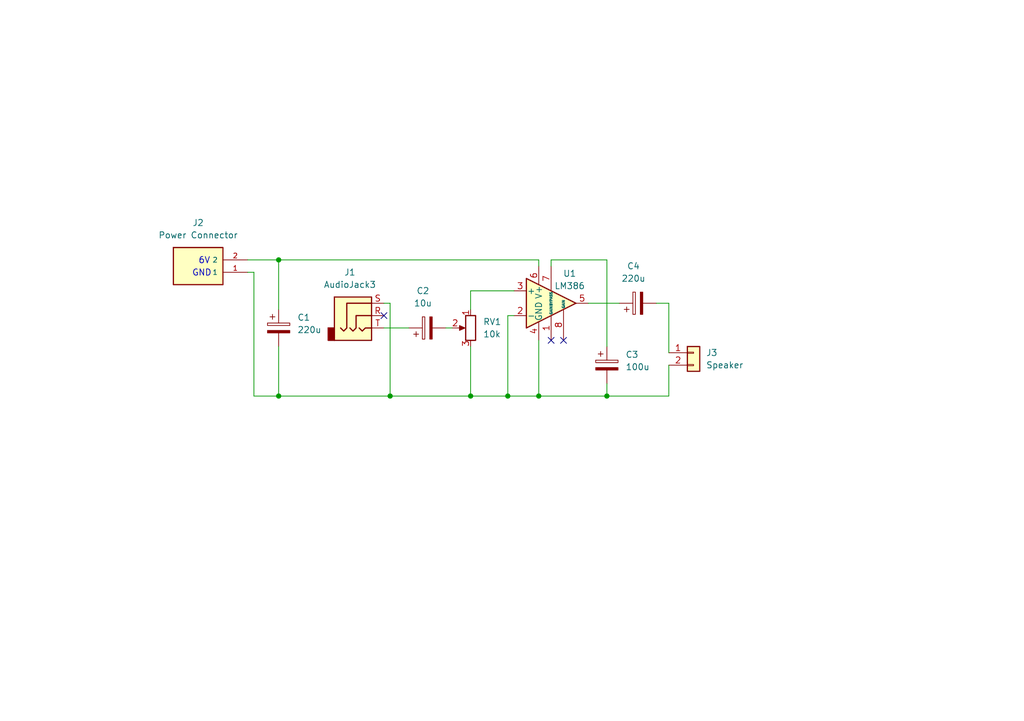
<source format=kicad_sch>
(kicad_sch
	(version 20231120)
	(generator "eeschema")
	(generator_version "8.0")
	(uuid "5f848165-ec96-4f3e-be14-bab1aa8ce7bc")
	(paper "A5")
	(lib_symbols
		(symbol "Amplifier_Audio:LM386"
			(pin_names
				(offset 0.127)
			)
			(exclude_from_sim no)
			(in_bom yes)
			(on_board yes)
			(property "Reference" "U"
				(at 1.27 7.62 0)
				(effects
					(font
						(size 1.27 1.27)
					)
					(justify left)
				)
			)
			(property "Value" "LM386"
				(at 1.27 5.08 0)
				(effects
					(font
						(size 1.27 1.27)
					)
					(justify left)
				)
			)
			(property "Footprint" ""
				(at 2.54 2.54 0)
				(effects
					(font
						(size 1.27 1.27)
					)
					(hide yes)
				)
			)
			(property "Datasheet" "http://www.ti.com/lit/ds/symlink/lm386.pdf"
				(at 5.08 5.08 0)
				(effects
					(font
						(size 1.27 1.27)
					)
					(hide yes)
				)
			)
			(property "Description" "Low Voltage Audio Power Amplifier, DIP-8/SOIC-8/SSOP-8"
				(at 0 0 0)
				(effects
					(font
						(size 1.27 1.27)
					)
					(hide yes)
				)
			)
			(property "ki_keywords" "single Power opamp"
				(at 0 0 0)
				(effects
					(font
						(size 1.27 1.27)
					)
					(hide yes)
				)
			)
			(property "ki_fp_filters" "SOIC*3.9x4.9mm*P1.27mm* DIP*W7.62mm* MSSOP*P0.65mm* TSSOP*3x3mm*P0.5mm*"
				(at 0 0 0)
				(effects
					(font
						(size 1.27 1.27)
					)
					(hide yes)
				)
			)
			(symbol "LM386_0_1"
				(polyline
					(pts
						(xy 5.08 0) (xy -5.08 5.08) (xy -5.08 -5.08) (xy 5.08 0)
					)
					(stroke
						(width 0.254)
						(type default)
					)
					(fill
						(type background)
					)
				)
			)
			(symbol "LM386_1_1"
				(pin input line
					(at 0 -7.62 90)
					(length 5.08)
					(name "GAIN"
						(effects
							(font
								(size 0.508 0.508)
							)
						)
					)
					(number "1"
						(effects
							(font
								(size 1.27 1.27)
							)
						)
					)
				)
				(pin input line
					(at -7.62 -2.54 0)
					(length 2.54)
					(name "-"
						(effects
							(font
								(size 1.27 1.27)
							)
						)
					)
					(number "2"
						(effects
							(font
								(size 1.27 1.27)
							)
						)
					)
				)
				(pin input line
					(at -7.62 2.54 0)
					(length 2.54)
					(name "+"
						(effects
							(font
								(size 1.27 1.27)
							)
						)
					)
					(number "3"
						(effects
							(font
								(size 1.27 1.27)
							)
						)
					)
				)
				(pin power_in line
					(at -2.54 -7.62 90)
					(length 3.81)
					(name "GND"
						(effects
							(font
								(size 1.27 1.27)
							)
						)
					)
					(number "4"
						(effects
							(font
								(size 1.27 1.27)
							)
						)
					)
				)
				(pin output line
					(at 7.62 0 180)
					(length 2.54)
					(name "~"
						(effects
							(font
								(size 1.27 1.27)
							)
						)
					)
					(number "5"
						(effects
							(font
								(size 1.27 1.27)
							)
						)
					)
				)
				(pin power_in line
					(at -2.54 7.62 270)
					(length 3.81)
					(name "V+"
						(effects
							(font
								(size 1.27 1.27)
							)
						)
					)
					(number "6"
						(effects
							(font
								(size 1.27 1.27)
							)
						)
					)
				)
				(pin input line
					(at 0 7.62 270)
					(length 5.08)
					(name "BYPASS"
						(effects
							(font
								(size 0.508 0.508)
							)
						)
					)
					(number "7"
						(effects
							(font
								(size 1.27 1.27)
							)
						)
					)
				)
				(pin input line
					(at 2.54 -7.62 90)
					(length 6.35)
					(name "GAIN"
						(effects
							(font
								(size 0.508 0.508)
							)
						)
					)
					(number "8"
						(effects
							(font
								(size 1.27 1.27)
							)
						)
					)
				)
			)
		)
		(symbol "Connector_Audio:AudioJack3"
			(exclude_from_sim no)
			(in_bom yes)
			(on_board yes)
			(property "Reference" "J"
				(at 0 8.89 0)
				(effects
					(font
						(size 1.27 1.27)
					)
				)
			)
			(property "Value" "AudioJack3"
				(at 0 6.35 0)
				(effects
					(font
						(size 1.27 1.27)
					)
				)
			)
			(property "Footprint" ""
				(at 0 0 0)
				(effects
					(font
						(size 1.27 1.27)
					)
					(hide yes)
				)
			)
			(property "Datasheet" "~"
				(at 0 0 0)
				(effects
					(font
						(size 1.27 1.27)
					)
					(hide yes)
				)
			)
			(property "Description" "Audio Jack, 3 Poles (Stereo / TRS)"
				(at 0 0 0)
				(effects
					(font
						(size 1.27 1.27)
					)
					(hide yes)
				)
			)
			(property "ki_keywords" "audio jack receptacle stereo headphones phones TRS connector"
				(at 0 0 0)
				(effects
					(font
						(size 1.27 1.27)
					)
					(hide yes)
				)
			)
			(property "ki_fp_filters" "Jack*"
				(at 0 0 0)
				(effects
					(font
						(size 1.27 1.27)
					)
					(hide yes)
				)
			)
			(symbol "AudioJack3_0_1"
				(rectangle
					(start -5.08 -5.08)
					(end -6.35 -2.54)
					(stroke
						(width 0.254)
						(type default)
					)
					(fill
						(type outline)
					)
				)
				(polyline
					(pts
						(xy 0 -2.54) (xy 0.635 -3.175) (xy 1.27 -2.54) (xy 2.54 -2.54)
					)
					(stroke
						(width 0.254)
						(type default)
					)
					(fill
						(type none)
					)
				)
				(polyline
					(pts
						(xy -1.905 -2.54) (xy -1.27 -3.175) (xy -0.635 -2.54) (xy -0.635 0) (xy 2.54 0)
					)
					(stroke
						(width 0.254)
						(type default)
					)
					(fill
						(type none)
					)
				)
				(polyline
					(pts
						(xy 2.54 2.54) (xy -2.54 2.54) (xy -2.54 -2.54) (xy -3.175 -3.175) (xy -3.81 -2.54)
					)
					(stroke
						(width 0.254)
						(type default)
					)
					(fill
						(type none)
					)
				)
				(rectangle
					(start 2.54 3.81)
					(end -5.08 -5.08)
					(stroke
						(width 0.254)
						(type default)
					)
					(fill
						(type background)
					)
				)
			)
			(symbol "AudioJack3_1_1"
				(pin passive line
					(at 5.08 0 180)
					(length 2.54)
					(name "~"
						(effects
							(font
								(size 1.27 1.27)
							)
						)
					)
					(number "R"
						(effects
							(font
								(size 1.27 1.27)
							)
						)
					)
				)
				(pin passive line
					(at 5.08 2.54 180)
					(length 2.54)
					(name "~"
						(effects
							(font
								(size 1.27 1.27)
							)
						)
					)
					(number "S"
						(effects
							(font
								(size 1.27 1.27)
							)
						)
					)
				)
				(pin passive line
					(at 5.08 -2.54 180)
					(length 2.54)
					(name "~"
						(effects
							(font
								(size 1.27 1.27)
							)
						)
					)
					(number "T"
						(effects
							(font
								(size 1.27 1.27)
							)
						)
					)
				)
			)
		)
		(symbol "Connector_Generic:Conn_01x02"
			(pin_names
				(offset 1.016) hide)
			(exclude_from_sim no)
			(in_bom yes)
			(on_board yes)
			(property "Reference" "J"
				(at 0 2.54 0)
				(effects
					(font
						(size 1.27 1.27)
					)
				)
			)
			(property "Value" "Conn_01x02"
				(at 0 -5.08 0)
				(effects
					(font
						(size 1.27 1.27)
					)
				)
			)
			(property "Footprint" ""
				(at 0 0 0)
				(effects
					(font
						(size 1.27 1.27)
					)
					(hide yes)
				)
			)
			(property "Datasheet" "~"
				(at 0 0 0)
				(effects
					(font
						(size 1.27 1.27)
					)
					(hide yes)
				)
			)
			(property "Description" "Generic connector, single row, 01x02, script generated (kicad-library-utils/schlib/autogen/connector/)"
				(at 0 0 0)
				(effects
					(font
						(size 1.27 1.27)
					)
					(hide yes)
				)
			)
			(property "ki_keywords" "connector"
				(at 0 0 0)
				(effects
					(font
						(size 1.27 1.27)
					)
					(hide yes)
				)
			)
			(property "ki_fp_filters" "Connector*:*_1x??_*"
				(at 0 0 0)
				(effects
					(font
						(size 1.27 1.27)
					)
					(hide yes)
				)
			)
			(symbol "Conn_01x02_1_1"
				(rectangle
					(start -1.27 -2.413)
					(end 0 -2.667)
					(stroke
						(width 0.1524)
						(type default)
					)
					(fill
						(type none)
					)
				)
				(rectangle
					(start -1.27 0.127)
					(end 0 -0.127)
					(stroke
						(width 0.1524)
						(type default)
					)
					(fill
						(type none)
					)
				)
				(rectangle
					(start -1.27 1.27)
					(end 1.27 -3.81)
					(stroke
						(width 0.254)
						(type default)
					)
					(fill
						(type background)
					)
				)
				(pin passive line
					(at -5.08 0 0)
					(length 3.81)
					(name "Pin_1"
						(effects
							(font
								(size 1.27 1.27)
							)
						)
					)
					(number "1"
						(effects
							(font
								(size 1.27 1.27)
							)
						)
					)
				)
				(pin passive line
					(at -5.08 -2.54 0)
					(length 3.81)
					(name "Pin_2"
						(effects
							(font
								(size 1.27 1.27)
							)
						)
					)
					(number "2"
						(effects
							(font
								(size 1.27 1.27)
							)
						)
					)
				)
			)
		)
		(symbol "Device:C_Polarized"
			(pin_numbers hide)
			(pin_names
				(offset 0.254)
			)
			(exclude_from_sim no)
			(in_bom yes)
			(on_board yes)
			(property "Reference" "C"
				(at 0.635 2.54 0)
				(effects
					(font
						(size 1.27 1.27)
					)
					(justify left)
				)
			)
			(property "Value" "C_Polarized"
				(at 0.635 -2.54 0)
				(effects
					(font
						(size 1.27 1.27)
					)
					(justify left)
				)
			)
			(property "Footprint" ""
				(at 0.9652 -3.81 0)
				(effects
					(font
						(size 1.27 1.27)
					)
					(hide yes)
				)
			)
			(property "Datasheet" "~"
				(at 0 0 0)
				(effects
					(font
						(size 1.27 1.27)
					)
					(hide yes)
				)
			)
			(property "Description" "Polarized capacitor"
				(at 0 0 0)
				(effects
					(font
						(size 1.27 1.27)
					)
					(hide yes)
				)
			)
			(property "ki_keywords" "cap capacitor"
				(at 0 0 0)
				(effects
					(font
						(size 1.27 1.27)
					)
					(hide yes)
				)
			)
			(property "ki_fp_filters" "CP_*"
				(at 0 0 0)
				(effects
					(font
						(size 1.27 1.27)
					)
					(hide yes)
				)
			)
			(symbol "C_Polarized_0_1"
				(rectangle
					(start -2.286 0.508)
					(end 2.286 1.016)
					(stroke
						(width 0)
						(type default)
					)
					(fill
						(type none)
					)
				)
				(polyline
					(pts
						(xy -1.778 2.286) (xy -0.762 2.286)
					)
					(stroke
						(width 0)
						(type default)
					)
					(fill
						(type none)
					)
				)
				(polyline
					(pts
						(xy -1.27 2.794) (xy -1.27 1.778)
					)
					(stroke
						(width 0)
						(type default)
					)
					(fill
						(type none)
					)
				)
				(rectangle
					(start 2.286 -0.508)
					(end -2.286 -1.016)
					(stroke
						(width 0)
						(type default)
					)
					(fill
						(type outline)
					)
				)
			)
			(symbol "C_Polarized_1_1"
				(pin passive line
					(at 0 3.81 270)
					(length 2.794)
					(name "~"
						(effects
							(font
								(size 1.27 1.27)
							)
						)
					)
					(number "1"
						(effects
							(font
								(size 1.27 1.27)
							)
						)
					)
				)
				(pin passive line
					(at 0 -3.81 90)
					(length 2.794)
					(name "~"
						(effects
							(font
								(size 1.27 1.27)
							)
						)
					)
					(number "2"
						(effects
							(font
								(size 1.27 1.27)
							)
						)
					)
				)
			)
		)
		(symbol "Device:R_Potentiometer"
			(pin_names
				(offset 1.016) hide)
			(exclude_from_sim no)
			(in_bom yes)
			(on_board yes)
			(property "Reference" "RV"
				(at -4.445 0 90)
				(effects
					(font
						(size 1.27 1.27)
					)
				)
			)
			(property "Value" "R_Potentiometer"
				(at -2.54 0 90)
				(effects
					(font
						(size 1.27 1.27)
					)
				)
			)
			(property "Footprint" ""
				(at 0 0 0)
				(effects
					(font
						(size 1.27 1.27)
					)
					(hide yes)
				)
			)
			(property "Datasheet" "~"
				(at 0 0 0)
				(effects
					(font
						(size 1.27 1.27)
					)
					(hide yes)
				)
			)
			(property "Description" "Potentiometer"
				(at 0 0 0)
				(effects
					(font
						(size 1.27 1.27)
					)
					(hide yes)
				)
			)
			(property "ki_keywords" "resistor variable"
				(at 0 0 0)
				(effects
					(font
						(size 1.27 1.27)
					)
					(hide yes)
				)
			)
			(property "ki_fp_filters" "Potentiometer*"
				(at 0 0 0)
				(effects
					(font
						(size 1.27 1.27)
					)
					(hide yes)
				)
			)
			(symbol "R_Potentiometer_0_1"
				(polyline
					(pts
						(xy 2.54 0) (xy 1.524 0)
					)
					(stroke
						(width 0)
						(type default)
					)
					(fill
						(type none)
					)
				)
				(polyline
					(pts
						(xy 1.143 0) (xy 2.286 0.508) (xy 2.286 -0.508) (xy 1.143 0)
					)
					(stroke
						(width 0)
						(type default)
					)
					(fill
						(type outline)
					)
				)
				(rectangle
					(start 1.016 2.54)
					(end -1.016 -2.54)
					(stroke
						(width 0.254)
						(type default)
					)
					(fill
						(type none)
					)
				)
			)
			(symbol "R_Potentiometer_1_1"
				(pin passive line
					(at 0 3.81 270)
					(length 1.27)
					(name "1"
						(effects
							(font
								(size 1.27 1.27)
							)
						)
					)
					(number "1"
						(effects
							(font
								(size 1.27 1.27)
							)
						)
					)
				)
				(pin passive line
					(at 3.81 0 180)
					(length 1.27)
					(name "2"
						(effects
							(font
								(size 1.27 1.27)
							)
						)
					)
					(number "2"
						(effects
							(font
								(size 1.27 1.27)
							)
						)
					)
				)
				(pin passive line
					(at 0 -3.81 90)
					(length 1.27)
					(name "3"
						(effects
							(font
								(size 1.27 1.27)
							)
						)
					)
					(number "3"
						(effects
							(font
								(size 1.27 1.27)
							)
						)
					)
				)
			)
		)
		(symbol "OSTTA020161:OSTTA020161"
			(pin_names
				(offset 1.016)
			)
			(exclude_from_sim no)
			(in_bom yes)
			(on_board yes)
			(property "Reference" "J"
				(at -5.08 5.842 0)
				(effects
					(font
						(size 1.27 1.27)
					)
					(justify left bottom)
				)
			)
			(property "Value" "OSTTA020161"
				(at -5.08 -5.08 0)
				(effects
					(font
						(size 1.27 1.27)
					)
					(justify left bottom)
				)
			)
			(property "Footprint" "OSTTA020161:OST_OSTTA020161"
				(at 0 0 0)
				(effects
					(font
						(size 1.27 1.27)
					)
					(justify bottom)
					(hide yes)
				)
			)
			(property "Datasheet" ""
				(at 0 0 0)
				(effects
					(font
						(size 1.27 1.27)
					)
					(hide yes)
				)
			)
			(property "Description" ""
				(at 0 0 0)
				(effects
					(font
						(size 1.27 1.27)
					)
					(hide yes)
				)
			)
			(property "MF" "On Shore"
				(at 0 0 0)
				(effects
					(font
						(size 1.27 1.27)
					)
					(justify bottom)
					(hide yes)
				)
			)
			(property "DESCRIPTION" "2 Position Wire to Board Terminal Block Horizontal with Board 0.197 (5.00mm) Through Hole"
				(at 0 0 0)
				(effects
					(font
						(size 1.27 1.27)
					)
					(justify bottom)
					(hide yes)
				)
			)
			(property "PACKAGE" "None"
				(at 0 0 0)
				(effects
					(font
						(size 1.27 1.27)
					)
					(justify bottom)
					(hide yes)
				)
			)
			(property "PRICE" "None"
				(at 0 0 0)
				(effects
					(font
						(size 1.27 1.27)
					)
					(justify bottom)
					(hide yes)
				)
			)
			(property "Package" "None"
				(at 0 0 0)
				(effects
					(font
						(size 1.27 1.27)
					)
					(justify bottom)
					(hide yes)
				)
			)
			(property "Check_prices" "https://www.snapeda.com/parts/OSTTA020161/ON/view-part/?ref=eda"
				(at 0 0 0)
				(effects
					(font
						(size 1.27 1.27)
					)
					(justify bottom)
					(hide yes)
				)
			)
			(property "Price" "None"
				(at 0 0 0)
				(effects
					(font
						(size 1.27 1.27)
					)
					(justify bottom)
					(hide yes)
				)
			)
			(property "SnapEDA_Link" "https://www.snapeda.com/parts/OSTTA020161/ON/view-part/?ref=snap"
				(at 0 0 0)
				(effects
					(font
						(size 1.27 1.27)
					)
					(justify bottom)
					(hide yes)
				)
			)
			(property "MP" "OSTTA020161"
				(at 0 0 0)
				(effects
					(font
						(size 1.27 1.27)
					)
					(justify bottom)
					(hide yes)
				)
			)
			(property "Description_1" "\n                        \n                            2 Position Wire to Board Terminal Block Horizontal with Board 0.197 (5.00mm) Through Hole\n                        \n"
				(at 0 0 0)
				(effects
					(font
						(size 1.27 1.27)
					)
					(justify bottom)
					(hide yes)
				)
			)
			(property "Availability" "In Stock"
				(at 0 0 0)
				(effects
					(font
						(size 1.27 1.27)
					)
					(justify bottom)
					(hide yes)
				)
			)
			(property "AVAILABILITY" "In Stock"
				(at 0 0 0)
				(effects
					(font
						(size 1.27 1.27)
					)
					(justify bottom)
					(hide yes)
				)
			)
			(property "PURCHASE-URL" "https://pricing.snapeda.com/search/part/OSTTA020161/?ref=eda"
				(at 0 0 0)
				(effects
					(font
						(size 1.27 1.27)
					)
					(justify bottom)
					(hide yes)
				)
			)
			(symbol "OSTTA020161_0_0"
				(rectangle
					(start -5.08 -2.54)
					(end 5.08 5.08)
					(stroke
						(width 0.254)
						(type default)
					)
					(fill
						(type background)
					)
				)
				(pin passive line
					(at -10.16 2.54 0)
					(length 5.08)
					(name "1"
						(effects
							(font
								(size 1.016 1.016)
							)
						)
					)
					(number "1"
						(effects
							(font
								(size 1.016 1.016)
							)
						)
					)
				)
				(pin passive line
					(at -10.16 0 0)
					(length 5.08)
					(name "2"
						(effects
							(font
								(size 1.016 1.016)
							)
						)
					)
					(number "2"
						(effects
							(font
								(size 1.016 1.016)
							)
						)
					)
				)
			)
		)
	)
	(junction
		(at 124.46 81.28)
		(diameter 0)
		(color 0 0 0 0)
		(uuid "170a220a-66dc-46d9-9a3c-5db957be3e7e")
	)
	(junction
		(at 80.01 81.28)
		(diameter 0)
		(color 0 0 0 0)
		(uuid "2286ffdc-ced8-478c-9705-1495d69d7cfe")
	)
	(junction
		(at 57.15 53.34)
		(diameter 0)
		(color 0 0 0 0)
		(uuid "775b3646-7794-4efc-b557-c2f4ec96d45a")
	)
	(junction
		(at 110.49 81.28)
		(diameter 0)
		(color 0 0 0 0)
		(uuid "7c7eb471-7fc3-4422-a6f9-e760d8e79e25")
	)
	(junction
		(at 96.52 81.28)
		(diameter 0)
		(color 0 0 0 0)
		(uuid "7e3beaf1-4c2d-43eb-9ec1-3e80413f10f5")
	)
	(junction
		(at 104.14 81.28)
		(diameter 0)
		(color 0 0 0 0)
		(uuid "9cfc826f-dace-48cf-8cee-c5477f1b375c")
	)
	(junction
		(at 57.15 81.28)
		(diameter 0)
		(color 0 0 0 0)
		(uuid "f2c94859-0e42-4e3a-a29e-feab244955d7")
	)
	(no_connect
		(at 113.03 69.85)
		(uuid "1e995726-ebb0-4943-bdf1-c393f959afd9")
	)
	(no_connect
		(at 115.57 69.85)
		(uuid "9f57208f-584c-49df-bf0a-3cc43c5deeda")
	)
	(no_connect
		(at 78.74 64.77)
		(uuid "b703b16e-3272-4af5-a3ca-e1f079024059")
	)
	(wire
		(pts
			(xy 137.16 62.23) (xy 137.16 72.39)
		)
		(stroke
			(width 0)
			(type default)
		)
		(uuid "0573aee1-aae2-4e35-9eb3-426aedcd22b2")
	)
	(wire
		(pts
			(xy 96.52 81.28) (xy 104.14 81.28)
		)
		(stroke
			(width 0)
			(type default)
		)
		(uuid "10852963-8b1e-4653-9318-78d72f39594a")
	)
	(wire
		(pts
			(xy 57.15 71.12) (xy 57.15 81.28)
		)
		(stroke
			(width 0)
			(type default)
		)
		(uuid "171e16cb-9479-4408-a128-d1e47f920739")
	)
	(wire
		(pts
			(xy 105.41 64.77) (xy 104.14 64.77)
		)
		(stroke
			(width 0)
			(type default)
		)
		(uuid "1bfd6c5e-33c8-4470-bb87-a620632553da")
	)
	(wire
		(pts
			(xy 124.46 53.34) (xy 124.46 71.12)
		)
		(stroke
			(width 0)
			(type default)
		)
		(uuid "1d481b2c-9b6e-459c-a91b-520b45a695ce")
	)
	(wire
		(pts
			(xy 124.46 78.74) (xy 124.46 81.28)
		)
		(stroke
			(width 0)
			(type default)
		)
		(uuid "1eecc98b-cebc-4bbd-879a-6557ba9fdc90")
	)
	(wire
		(pts
			(xy 104.14 81.28) (xy 110.49 81.28)
		)
		(stroke
			(width 0)
			(type default)
		)
		(uuid "28e9f137-a302-44af-820e-ef5cf501e781")
	)
	(wire
		(pts
			(xy 80.01 81.28) (xy 96.52 81.28)
		)
		(stroke
			(width 0)
			(type default)
		)
		(uuid "2f74587f-ac45-450a-bda5-3e9bdec0311d")
	)
	(wire
		(pts
			(xy 57.15 53.34) (xy 57.15 63.5)
		)
		(stroke
			(width 0)
			(type default)
		)
		(uuid "30177051-0fd9-449e-827f-5fb4e128fbc7")
	)
	(wire
		(pts
			(xy 78.74 62.23) (xy 80.01 62.23)
		)
		(stroke
			(width 0)
			(type default)
		)
		(uuid "5804adbd-b2e0-4148-9349-61311a6ae463")
	)
	(wire
		(pts
			(xy 57.15 53.34) (xy 110.49 53.34)
		)
		(stroke
			(width 0)
			(type default)
		)
		(uuid "58ccd9be-eee5-4fc7-9c16-999e4fdce100")
	)
	(wire
		(pts
			(xy 92.71 67.31) (xy 91.44 67.31)
		)
		(stroke
			(width 0)
			(type default)
		)
		(uuid "5a4fdf9b-9228-437d-bf5f-e8e39c9fc316")
	)
	(wire
		(pts
			(xy 57.15 81.28) (xy 52.07 81.28)
		)
		(stroke
			(width 0)
			(type default)
		)
		(uuid "68846297-805b-4cec-b819-5164627f6e97")
	)
	(wire
		(pts
			(xy 57.15 81.28) (xy 80.01 81.28)
		)
		(stroke
			(width 0)
			(type default)
		)
		(uuid "75edd1d6-2d11-4995-b11a-8de3b1e0e812")
	)
	(wire
		(pts
			(xy 124.46 81.28) (xy 137.16 81.28)
		)
		(stroke
			(width 0)
			(type default)
		)
		(uuid "7f7ef353-ec60-4fa9-a14e-e3b48796757b")
	)
	(wire
		(pts
			(xy 78.74 67.31) (xy 83.82 67.31)
		)
		(stroke
			(width 0)
			(type default)
		)
		(uuid "84ee7456-dfae-4866-8f3e-40b490644122")
	)
	(wire
		(pts
			(xy 120.65 62.23) (xy 127 62.23)
		)
		(stroke
			(width 0)
			(type default)
		)
		(uuid "966386d1-c742-4082-85f5-df2f89e59475")
	)
	(wire
		(pts
			(xy 104.14 64.77) (xy 104.14 81.28)
		)
		(stroke
			(width 0)
			(type default)
		)
		(uuid "984fb87b-2a3d-4e74-ab5b-3fb425e1d944")
	)
	(wire
		(pts
			(xy 80.01 62.23) (xy 80.01 81.28)
		)
		(stroke
			(width 0)
			(type default)
		)
		(uuid "9b913ee1-974c-4b64-968d-dd1bd7e1c416")
	)
	(wire
		(pts
			(xy 113.03 53.34) (xy 124.46 53.34)
		)
		(stroke
			(width 0)
			(type default)
		)
		(uuid "a68248aa-4b34-4ca6-8c1e-5925877875d2")
	)
	(wire
		(pts
			(xy 137.16 74.93) (xy 137.16 81.28)
		)
		(stroke
			(width 0)
			(type default)
		)
		(uuid "ac51ad46-0275-4f73-bcc0-127e4df8bb7a")
	)
	(wire
		(pts
			(xy 110.49 69.85) (xy 110.49 81.28)
		)
		(stroke
			(width 0)
			(type default)
		)
		(uuid "b4ac4c7d-8e71-4007-8971-3d69d2ed7aa6")
	)
	(wire
		(pts
			(xy 137.16 62.23) (xy 134.62 62.23)
		)
		(stroke
			(width 0)
			(type default)
		)
		(uuid "c06e654c-7604-4887-876e-b181d66e46ae")
	)
	(wire
		(pts
			(xy 96.52 59.69) (xy 105.41 59.69)
		)
		(stroke
			(width 0)
			(type default)
		)
		(uuid "c958735d-2f5b-4451-8500-25c360c1dd5f")
	)
	(wire
		(pts
			(xy 52.07 81.28) (xy 52.07 55.88)
		)
		(stroke
			(width 0)
			(type default)
		)
		(uuid "d3b1924a-8538-489b-aa5e-bf6b081527bd")
	)
	(wire
		(pts
			(xy 50.8 53.34) (xy 57.15 53.34)
		)
		(stroke
			(width 0)
			(type default)
		)
		(uuid "d983abdb-a837-44a3-af62-13e058461d87")
	)
	(wire
		(pts
			(xy 110.49 81.28) (xy 124.46 81.28)
		)
		(stroke
			(width 0)
			(type default)
		)
		(uuid "dbbe46ef-1b08-48ed-9071-362ac8dcd934")
	)
	(wire
		(pts
			(xy 110.49 53.34) (xy 110.49 54.61)
		)
		(stroke
			(width 0)
			(type default)
		)
		(uuid "e89dd351-6c4d-4821-bfc7-f30af695fa4b")
	)
	(wire
		(pts
			(xy 52.07 55.88) (xy 50.8 55.88)
		)
		(stroke
			(width 0)
			(type default)
		)
		(uuid "e8c96f79-3a62-4545-bd76-17f1602d2f1b")
	)
	(wire
		(pts
			(xy 96.52 63.5) (xy 96.52 59.69)
		)
		(stroke
			(width 0)
			(type default)
		)
		(uuid "eb3af5ec-8ac7-4b1d-a68b-ee4b0205644d")
	)
	(wire
		(pts
			(xy 96.52 71.12) (xy 96.52 81.28)
		)
		(stroke
			(width 0)
			(type default)
		)
		(uuid "f38d4381-452f-4de8-910b-37176f065064")
	)
	(wire
		(pts
			(xy 113.03 54.61) (xy 113.03 53.34)
		)
		(stroke
			(width 0)
			(type default)
		)
		(uuid "fa91e738-868c-4043-a0d4-ab7288d5dc38")
	)
	(text "6V"
		(exclude_from_sim no)
		(at 41.91 53.594 0)
		(effects
			(font
				(size 1.27 1.27)
			)
		)
		(uuid "0dcc82a1-132a-47a0-8256-13d1db43a213")
	)
	(text "GND"
		(exclude_from_sim no)
		(at 41.402 56.134 0)
		(effects
			(font
				(size 1.27 1.27)
			)
		)
		(uuid "8a813113-8a6b-4e58-b919-3dea9c7481af")
	)
	(symbol
		(lib_id "Amplifier_Audio:LM386")
		(at 113.03 62.23 0)
		(unit 1)
		(exclude_from_sim no)
		(in_bom yes)
		(on_board yes)
		(dnp no)
		(uuid "05daa1a0-48cb-4ee8-bd44-5569350a403d")
		(property "Reference" "U1"
			(at 116.84 56.134 0)
			(effects
				(font
					(size 1.27 1.27)
				)
			)
		)
		(property "Value" "LM386"
			(at 116.84 58.674 0)
			(effects
				(font
					(size 1.27 1.27)
				)
			)
		)
		(property "Footprint" "Package_DIP:DIP-8_W7.62mm_Socket_LongPads"
			(at 115.57 59.69 0)
			(effects
				(font
					(size 1.27 1.27)
				)
				(hide yes)
			)
		)
		(property "Datasheet" "http://www.ti.com/lit/ds/symlink/lm386.pdf"
			(at 118.11 57.15 0)
			(effects
				(font
					(size 1.27 1.27)
				)
				(hide yes)
			)
		)
		(property "Description" "Low Voltage Audio Power Amplifier, DIP-8/SOIC-8/SSOP-8"
			(at 113.03 62.23 0)
			(effects
				(font
					(size 1.27 1.27)
				)
				(hide yes)
			)
		)
		(property "Sim.Library" "LM386.lib"
			(at 113.03 62.23 0)
			(effects
				(font
					(size 1.27 1.27)
				)
				(hide yes)
			)
		)
		(property "Sim.Name" "LM386_TI"
			(at 113.03 62.23 0)
			(effects
				(font
					(size 1.27 1.27)
				)
				(hide yes)
			)
		)
		(property "Sim.Device" "SUBCKT"
			(at 113.03 62.23 0)
			(effects
				(font
					(size 1.27 1.27)
				)
				(hide yes)
			)
		)
		(property "Sim.Pins" "1=G1 2=INN 3=INP 4=DGND 5=OUT 6=VS 7=BYPASS 8=G8"
			(at 113.03 62.23 0)
			(effects
				(font
					(size 1.27 1.27)
				)
				(hide yes)
			)
		)
		(pin "6"
			(uuid "d4385251-69f1-4aea-99a7-4dc191096f8e")
		)
		(pin "1"
			(uuid "4d42d816-8ccb-4df1-8401-4836f05b4e42")
		)
		(pin "3"
			(uuid "4959b8ff-ebff-4230-9db1-8e644b6baf6a")
		)
		(pin "7"
			(uuid "f5a46355-d02c-4aaf-b5b5-7932902e5163")
		)
		(pin "4"
			(uuid "9978d976-68ca-4f72-8243-ee7dd6511f0d")
		)
		(pin "2"
			(uuid "76bb66ec-1d8d-4a0b-a32a-7c4852b5a504")
		)
		(pin "8"
			(uuid "e7a566b1-96d2-4c40-992b-b2aa7db1d419")
		)
		(pin "5"
			(uuid "e74e4684-7da3-4935-976f-e01a6e917ecc")
		)
		(instances
			(project ""
				(path "/5f848165-ec96-4f3e-be14-bab1aa8ce7bc"
					(reference "U1")
					(unit 1)
				)
			)
		)
	)
	(symbol
		(lib_id "Device:C_Polarized")
		(at 124.46 74.93 0)
		(unit 1)
		(exclude_from_sim no)
		(in_bom yes)
		(on_board yes)
		(dnp no)
		(fields_autoplaced yes)
		(uuid "0abb754e-6b85-4434-875c-d6f449c45aa5")
		(property "Reference" "C3"
			(at 128.27 72.7709 0)
			(effects
				(font
					(size 1.27 1.27)
				)
				(justify left)
			)
		)
		(property "Value" "100u"
			(at 128.27 75.3109 0)
			(effects
				(font
					(size 1.27 1.27)
				)
				(justify left)
			)
		)
		(property "Footprint" "Capacitor_THT:CP_Radial_D5.0mm_P2.00mm"
			(at 125.4252 78.74 0)
			(effects
				(font
					(size 1.27 1.27)
				)
				(hide yes)
			)
		)
		(property "Datasheet" "~"
			(at 124.46 74.93 0)
			(effects
				(font
					(size 1.27 1.27)
				)
				(hide yes)
			)
		)
		(property "Description" "Polarized capacitor"
			(at 124.46 74.93 0)
			(effects
				(font
					(size 1.27 1.27)
				)
				(hide yes)
			)
		)
		(pin "2"
			(uuid "e73a72d1-c238-45aa-803c-1777bffa4c81")
		)
		(pin "1"
			(uuid "76cce0d5-88f4-4606-8866-a6acdd49e452")
		)
		(instances
			(project "Kicad_Amplificador"
				(path "/5f848165-ec96-4f3e-be14-bab1aa8ce7bc"
					(reference "C3")
					(unit 1)
				)
			)
		)
	)
	(symbol
		(lib_id "OSTTA020161:OSTTA020161")
		(at 40.64 53.34 180)
		(unit 1)
		(exclude_from_sim no)
		(in_bom yes)
		(on_board yes)
		(dnp no)
		(fields_autoplaced yes)
		(uuid "0c73ca72-8e2a-4600-8adc-b006149043f4")
		(property "Reference" "J2"
			(at 40.64 45.72 0)
			(effects
				(font
					(size 1.27 1.27)
				)
			)
		)
		(property "Value" "Power Connector"
			(at 40.64 48.26 0)
			(effects
				(font
					(size 1.27 1.27)
				)
			)
		)
		(property "Footprint" "Conector 2 pinos:OST_OSTTA020161"
			(at 40.64 53.34 0)
			(effects
				(font
					(size 1.27 1.27)
				)
				(justify bottom)
				(hide yes)
			)
		)
		(property "Datasheet" ""
			(at 40.64 53.34 0)
			(effects
				(font
					(size 1.27 1.27)
				)
				(hide yes)
			)
		)
		(property "Description" ""
			(at 40.64 53.34 0)
			(effects
				(font
					(size 1.27 1.27)
				)
				(hide yes)
			)
		)
		(property "MF" "On Shore"
			(at 40.64 53.34 0)
			(effects
				(font
					(size 1.27 1.27)
				)
				(justify bottom)
				(hide yes)
			)
		)
		(property "DESCRIPTION" "2 Position Wire to Board Terminal Block Horizontal with Board 0.197 (5.00mm) Through Hole"
			(at 40.64 53.34 0)
			(effects
				(font
					(size 1.27 1.27)
				)
				(justify bottom)
				(hide yes)
			)
		)
		(property "PACKAGE" "None"
			(at 40.64 53.34 0)
			(effects
				(font
					(size 1.27 1.27)
				)
				(justify bottom)
				(hide yes)
			)
		)
		(property "PRICE" "None"
			(at 40.64 53.34 0)
			(effects
				(font
					(size 1.27 1.27)
				)
				(justify bottom)
				(hide yes)
			)
		)
		(property "Package" "None"
			(at 40.64 53.34 0)
			(effects
				(font
					(size 1.27 1.27)
				)
				(justify bottom)
				(hide yes)
			)
		)
		(property "Check_prices" "https://www.snapeda.com/parts/OSTTA020161/ON/view-part/?ref=eda"
			(at 40.64 53.34 0)
			(effects
				(font
					(size 1.27 1.27)
				)
				(justify bottom)
				(hide yes)
			)
		)
		(property "Price" "None"
			(at 40.64 53.34 0)
			(effects
				(font
					(size 1.27 1.27)
				)
				(justify bottom)
				(hide yes)
			)
		)
		(property "SnapEDA_Link" "https://www.snapeda.com/parts/OSTTA020161/ON/view-part/?ref=snap"
			(at 40.64 53.34 0)
			(effects
				(font
					(size 1.27 1.27)
				)
				(justify bottom)
				(hide yes)
			)
		)
		(property "MP" "OSTTA020161"
			(at 40.64 53.34 0)
			(effects
				(font
					(size 1.27 1.27)
				)
				(justify bottom)
				(hide yes)
			)
		)
		(property "Description_1" "\n                        \n                            2 Position Wire to Board Terminal Block Horizontal with Board 0.197 (5.00mm) Through Hole\n                        \n"
			(at 40.64 53.34 0)
			(effects
				(font
					(size 1.27 1.27)
				)
				(justify bottom)
				(hide yes)
			)
		)
		(property "Availability" "In Stock"
			(at 40.64 53.34 0)
			(effects
				(font
					(size 1.27 1.27)
				)
				(justify bottom)
				(hide yes)
			)
		)
		(property "AVAILABILITY" "In Stock"
			(at 40.64 53.34 0)
			(effects
				(font
					(size 1.27 1.27)
				)
				(justify bottom)
				(hide yes)
			)
		)
		(property "PURCHASE-URL" "https://pricing.snapeda.com/search/part/OSTTA020161/?ref=eda"
			(at 40.64 53.34 0)
			(effects
				(font
					(size 1.27 1.27)
				)
				(justify bottom)
				(hide yes)
			)
		)
		(pin "2"
			(uuid "f74768a6-6019-41f4-ba22-93095f123fa3")
		)
		(pin "1"
			(uuid "37716665-4869-4f68-b8bb-8ff5c40a5587")
		)
		(instances
			(project ""
				(path "/5f848165-ec96-4f3e-be14-bab1aa8ce7bc"
					(reference "J2")
					(unit 1)
				)
			)
		)
	)
	(symbol
		(lib_id "Device:R_Potentiometer")
		(at 96.52 67.31 0)
		(mirror y)
		(unit 1)
		(exclude_from_sim no)
		(in_bom yes)
		(on_board yes)
		(dnp no)
		(uuid "3f724918-81cc-47b2-af7a-d7ee5b4223b4")
		(property "Reference" "RV1"
			(at 99.06 66.0399 0)
			(effects
				(font
					(size 1.27 1.27)
				)
				(justify right)
			)
		)
		(property "Value" "10k"
			(at 99.06 68.5799 0)
			(effects
				(font
					(size 1.27 1.27)
				)
				(justify right)
			)
		)
		(property "Footprint" "Potentiometer_THT:Potentiometer_Runtron_RM-065_Vertical"
			(at 96.52 67.31 0)
			(effects
				(font
					(size 1.27 1.27)
				)
				(hide yes)
			)
		)
		(property "Datasheet" "~"
			(at 96.52 67.31 0)
			(effects
				(font
					(size 1.27 1.27)
				)
				(hide yes)
			)
		)
		(property "Description" "Potentiometer"
			(at 96.52 67.31 0)
			(effects
				(font
					(size 1.27 1.27)
				)
				(hide yes)
			)
		)
		(property "Sim.Device" "R"
			(at 96.52 67.31 0)
			(effects
				(font
					(size 1.27 1.27)
				)
				(hide yes)
			)
		)
		(property "Sim.Type" "POT"
			(at 96.52 67.31 0)
			(effects
				(font
					(size 1.27 1.27)
				)
				(hide yes)
			)
		)
		(property "Sim.Pins" "1=r0 2=wiper 3=r1"
			(at 96.52 67.31 0)
			(effects
				(font
					(size 1.27 1.27)
				)
				(hide yes)
			)
		)
		(property "Sim.Params" "r=10k pos=0.5"
			(at 96.52 67.31 0)
			(effects
				(font
					(size 1.27 1.27)
				)
				(hide yes)
			)
		)
		(pin "1"
			(uuid "85b057eb-3775-4107-a827-25a76c147102")
		)
		(pin "2"
			(uuid "6928ade5-6f12-4b66-87df-a009d12cb972")
		)
		(pin "3"
			(uuid "d157e700-be93-4410-8907-e637a1a5e1d0")
		)
		(instances
			(project ""
				(path "/5f848165-ec96-4f3e-be14-bab1aa8ce7bc"
					(reference "RV1")
					(unit 1)
				)
			)
		)
	)
	(symbol
		(lib_id "Connector_Audio:AudioJack3")
		(at 73.66 64.77 0)
		(unit 1)
		(exclude_from_sim no)
		(in_bom yes)
		(on_board yes)
		(dnp no)
		(fields_autoplaced yes)
		(uuid "5b3bef51-3867-4f74-8a64-94ec9c2c7c56")
		(property "Reference" "J1"
			(at 71.755 55.88 0)
			(effects
				(font
					(size 1.27 1.27)
				)
			)
		)
		(property "Value" "AudioJack3"
			(at 71.755 58.42 0)
			(effects
				(font
					(size 1.27 1.27)
				)
			)
		)
		(property "Footprint" "Connector_Audio:Jack_3.5mm_CUI_SJ1-3523N_Horizontal"
			(at 73.66 64.77 0)
			(effects
				(font
					(size 1.27 1.27)
				)
				(hide yes)
			)
		)
		(property "Datasheet" "~"
			(at 73.66 64.77 0)
			(effects
				(font
					(size 1.27 1.27)
				)
				(hide yes)
			)
		)
		(property "Description" "Audio Jack, 3 Poles (Stereo / TRS)"
			(at 73.66 64.77 0)
			(effects
				(font
					(size 1.27 1.27)
				)
				(hide yes)
			)
		)
		(pin "T"
			(uuid "20607683-c8c9-42f5-a992-cf9d57fbc561")
		)
		(pin "S"
			(uuid "c8ce8977-bf56-4511-b2f4-4afe7ebd1bb3")
		)
		(pin "R"
			(uuid "c148d922-794a-4527-88f7-3afc46d99751")
		)
		(instances
			(project ""
				(path "/5f848165-ec96-4f3e-be14-bab1aa8ce7bc"
					(reference "J1")
					(unit 1)
				)
			)
		)
	)
	(symbol
		(lib_id "Device:C_Polarized")
		(at 130.81 62.23 90)
		(unit 1)
		(exclude_from_sim no)
		(in_bom yes)
		(on_board yes)
		(dnp no)
		(fields_autoplaced yes)
		(uuid "74c6db63-4154-4bb1-b886-31ca14de410a")
		(property "Reference" "C4"
			(at 129.921 54.61 90)
			(effects
				(font
					(size 1.27 1.27)
				)
			)
		)
		(property "Value" "220u"
			(at 129.921 57.15 90)
			(effects
				(font
					(size 1.27 1.27)
				)
			)
		)
		(property "Footprint" "Capacitor_THT:CP_Radial_D8.0mm_P3.50mm"
			(at 134.62 61.2648 0)
			(effects
				(font
					(size 1.27 1.27)
				)
				(hide yes)
			)
		)
		(property "Datasheet" "~"
			(at 130.81 62.23 0)
			(effects
				(font
					(size 1.27 1.27)
				)
				(hide yes)
			)
		)
		(property "Description" "Polarized capacitor"
			(at 130.81 62.23 0)
			(effects
				(font
					(size 1.27 1.27)
				)
				(hide yes)
			)
		)
		(property "Sim.Device" "C"
			(at 130.81 62.23 0)
			(effects
				(font
					(size 1.27 1.27)
				)
				(hide yes)
			)
		)
		(property "Sim.Pins" "1=+ 2=-"
			(at 130.81 62.23 0)
			(effects
				(font
					(size 1.27 1.27)
				)
				(hide yes)
			)
		)
		(pin "2"
			(uuid "b53f10eb-0bd0-4fdc-8a1a-a4b6b13c6f0b")
		)
		(pin "1"
			(uuid "e9ae60d5-18ea-41c2-b0d1-4093c7044255")
		)
		(instances
			(project "Kicad_Amplificador"
				(path "/5f848165-ec96-4f3e-be14-bab1aa8ce7bc"
					(reference "C4")
					(unit 1)
				)
			)
		)
	)
	(symbol
		(lib_id "Device:C_Polarized")
		(at 87.63 67.31 90)
		(unit 1)
		(exclude_from_sim no)
		(in_bom yes)
		(on_board yes)
		(dnp no)
		(fields_autoplaced yes)
		(uuid "7a9cb203-70f9-4118-808e-71b06a572f93")
		(property "Reference" "C2"
			(at 86.741 59.69 90)
			(effects
				(font
					(size 1.27 1.27)
				)
			)
		)
		(property "Value" "10u"
			(at 86.741 62.23 90)
			(effects
				(font
					(size 1.27 1.27)
				)
			)
		)
		(property "Footprint" "Capacitor_SMD:C_1206_3216Metric"
			(at 91.44 66.3448 0)
			(effects
				(font
					(size 1.27 1.27)
				)
				(hide yes)
			)
		)
		(property "Datasheet" "~"
			(at 87.63 67.31 0)
			(effects
				(font
					(size 1.27 1.27)
				)
				(hide yes)
			)
		)
		(property "Description" "Polarized capacitor"
			(at 87.63 67.31 0)
			(effects
				(font
					(size 1.27 1.27)
				)
				(hide yes)
			)
		)
		(pin "2"
			(uuid "56a0db6c-df4c-4301-9f12-ecdb53e9b10e")
		)
		(pin "1"
			(uuid "ec60e9c2-f687-48f7-b8fa-37486889d30e")
		)
		(instances
			(project ""
				(path "/5f848165-ec96-4f3e-be14-bab1aa8ce7bc"
					(reference "C2")
					(unit 1)
				)
			)
		)
	)
	(symbol
		(lib_id "Device:C_Polarized")
		(at 57.15 67.31 0)
		(unit 1)
		(exclude_from_sim no)
		(in_bom yes)
		(on_board yes)
		(dnp no)
		(fields_autoplaced yes)
		(uuid "888d9dae-c199-4037-9e40-e32d78e1bbe5")
		(property "Reference" "C1"
			(at 60.96 65.1509 0)
			(effects
				(font
					(size 1.27 1.27)
				)
				(justify left)
			)
		)
		(property "Value" "220u"
			(at 60.96 67.6909 0)
			(effects
				(font
					(size 1.27 1.27)
				)
				(justify left)
			)
		)
		(property "Footprint" "Capacitor_THT:CP_Radial_D8.0mm_P3.50mm"
			(at 58.1152 71.12 0)
			(effects
				(font
					(size 1.27 1.27)
				)
				(hide yes)
			)
		)
		(property "Datasheet" "~"
			(at 57.15 67.31 0)
			(effects
				(font
					(size 1.27 1.27)
				)
				(hide yes)
			)
		)
		(property "Description" "Polarized capacitor"
			(at 57.15 67.31 0)
			(effects
				(font
					(size 1.27 1.27)
				)
				(hide yes)
			)
		)
		(pin "2"
			(uuid "3bce1022-76fd-4299-87bb-ef0f58803f20")
		)
		(pin "1"
			(uuid "76f0a05d-025e-4524-9afc-1c028c98c58d")
		)
		(instances
			(project "Kicad_Amplificador"
				(path "/5f848165-ec96-4f3e-be14-bab1aa8ce7bc"
					(reference "C1")
					(unit 1)
				)
			)
		)
	)
	(symbol
		(lib_id "Connector_Generic:Conn_01x02")
		(at 142.24 72.39 0)
		(unit 1)
		(exclude_from_sim no)
		(in_bom yes)
		(on_board yes)
		(dnp no)
		(fields_autoplaced yes)
		(uuid "de840162-865f-48d7-aa32-60d23f719903")
		(property "Reference" "J3"
			(at 144.78 72.3899 0)
			(effects
				(font
					(size 1.27 1.27)
				)
				(justify left)
			)
		)
		(property "Value" "Speaker"
			(at 144.78 74.9299 0)
			(effects
				(font
					(size 1.27 1.27)
				)
				(justify left)
			)
		)
		(property "Footprint" "Connector_PinHeader_2.54mm:PinHeader_1x02_P2.54mm_Vertical"
			(at 142.24 72.39 0)
			(effects
				(font
					(size 1.27 1.27)
				)
				(hide yes)
			)
		)
		(property "Datasheet" "~"
			(at 142.24 72.39 0)
			(effects
				(font
					(size 1.27 1.27)
				)
				(hide yes)
			)
		)
		(property "Description" "Generic connector, single row, 01x02, script generated (kicad-library-utils/schlib/autogen/connector/)"
			(at 142.24 72.39 0)
			(effects
				(font
					(size 1.27 1.27)
				)
				(hide yes)
			)
		)
		(pin "1"
			(uuid "639c8c59-fc7f-4100-a581-5da55d831bad")
		)
		(pin "2"
			(uuid "d10f3096-2d9f-4242-9cd5-a27c7b9c2f53")
		)
		(instances
			(project ""
				(path "/5f848165-ec96-4f3e-be14-bab1aa8ce7bc"
					(reference "J3")
					(unit 1)
				)
			)
		)
	)
	(sheet_instances
		(path "/"
			(page "1")
		)
	)
)

</source>
